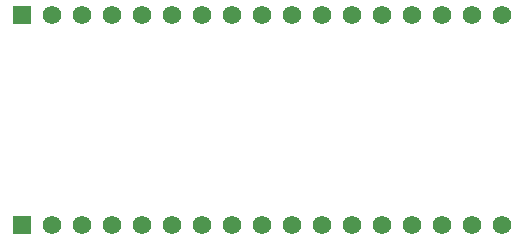
<source format=gbs>
G04*
G04 #@! TF.GenerationSoftware,Altium Limited,Altium Designer,23.1.1 (15)*
G04*
G04 Layer_Color=16711935*
%FSLAX44Y44*%
%MOMM*%
G71*
G04*
G04 #@! TF.SameCoordinates,EB36885D-2DDF-469F-ABB7-EBECF6A50CA0*
G04*
G04*
G04 #@! TF.FilePolarity,Negative*
G04*
G01*
G75*
%ADD49R,1.5700X1.5700*%
%ADD50C,1.5700*%
D49*
X15240Y190500D02*
D03*
Y12700D02*
D03*
D50*
X40640Y190500D02*
D03*
X66040D02*
D03*
X91440D02*
D03*
X116840D02*
D03*
X142240D02*
D03*
X167640D02*
D03*
X193040D02*
D03*
X218440D02*
D03*
X243840D02*
D03*
X269240D02*
D03*
X294640D02*
D03*
X320040D02*
D03*
X345440D02*
D03*
X370840D02*
D03*
X396240D02*
D03*
X421640D02*
D03*
X40640Y12700D02*
D03*
X66040D02*
D03*
X91440D02*
D03*
X116840D02*
D03*
X142240D02*
D03*
X167640D02*
D03*
X193040D02*
D03*
X218440D02*
D03*
X243840D02*
D03*
X269240D02*
D03*
X294640D02*
D03*
X320040D02*
D03*
X345440D02*
D03*
X370840D02*
D03*
X396240D02*
D03*
X421640D02*
D03*
M02*

</source>
